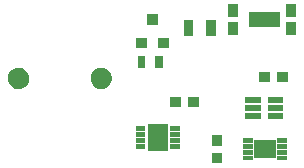
<source format=gts>
G04 #@! TF.FileFunction,Soldermask,Top*
%FSLAX46Y46*%
G04 Gerber Fmt 4.6, Leading zero omitted, Abs format (unit mm)*
G04 Created by KiCad (PCBNEW 4.0.1-3.201512221402+6198~38~ubuntu14.04.1-stable) date Wed 27 Jan 2016 01:24:07 PM EST*
%MOMM*%
G01*
G04 APERTURE LIST*
%ADD10C,0.100000*%
G04 APERTURE END LIST*
D10*
G36*
X172925000Y-111200000D02*
X172075000Y-111200000D01*
X172075000Y-110300000D01*
X172925000Y-110300000D01*
X172925000Y-111200000D01*
X172925000Y-111200000D01*
G37*
G36*
X178437500Y-110950000D02*
X177587500Y-110950000D01*
X177587500Y-110550000D01*
X178437500Y-110550000D01*
X178437500Y-110950000D01*
X178437500Y-110950000D01*
G37*
G36*
X175537500Y-110950000D02*
X174687500Y-110950000D01*
X174687500Y-110550000D01*
X175537500Y-110550000D01*
X175537500Y-110950000D01*
X175537500Y-110950000D01*
G37*
G36*
X177487500Y-110775000D02*
X175637500Y-110775000D01*
X175637500Y-109225000D01*
X177487500Y-109225000D01*
X177487500Y-110775000D01*
X177487500Y-110775000D01*
G37*
G36*
X175537500Y-110450000D02*
X174687500Y-110450000D01*
X174687500Y-110050000D01*
X175537500Y-110050000D01*
X175537500Y-110450000D01*
X175537500Y-110450000D01*
G37*
G36*
X178437500Y-110450000D02*
X177587500Y-110450000D01*
X177587500Y-110050000D01*
X178437500Y-110050000D01*
X178437500Y-110450000D01*
X178437500Y-110450000D01*
G37*
G36*
X168350000Y-110175000D02*
X166650000Y-110175000D01*
X166650000Y-107825000D01*
X168350000Y-107825000D01*
X168350000Y-110175000D01*
X168350000Y-110175000D01*
G37*
G36*
X178437500Y-109950000D02*
X177587500Y-109950000D01*
X177587500Y-109550000D01*
X178437500Y-109550000D01*
X178437500Y-109950000D01*
X178437500Y-109950000D01*
G37*
G36*
X175537500Y-109950000D02*
X174687500Y-109950000D01*
X174687500Y-109550000D01*
X175537500Y-109550000D01*
X175537500Y-109950000D01*
X175537500Y-109950000D01*
G37*
G36*
X166450000Y-109940000D02*
X165650000Y-109940000D01*
X165650000Y-109560000D01*
X166450000Y-109560000D01*
X166450000Y-109940000D01*
X166450000Y-109940000D01*
G37*
G36*
X169350000Y-109940000D02*
X168550000Y-109940000D01*
X168550000Y-109560000D01*
X169350000Y-109560000D01*
X169350000Y-109940000D01*
X169350000Y-109940000D01*
G37*
G36*
X172925000Y-109700000D02*
X172075000Y-109700000D01*
X172075000Y-108800000D01*
X172925000Y-108800000D01*
X172925000Y-109700000D01*
X172925000Y-109700000D01*
G37*
G36*
X178437500Y-109450000D02*
X177587500Y-109450000D01*
X177587500Y-109050000D01*
X178437500Y-109050000D01*
X178437500Y-109450000D01*
X178437500Y-109450000D01*
G37*
G36*
X175537500Y-109450000D02*
X174687500Y-109450000D01*
X174687500Y-109050000D01*
X175537500Y-109050000D01*
X175537500Y-109450000D01*
X175537500Y-109450000D01*
G37*
G36*
X169350000Y-109440000D02*
X168550000Y-109440000D01*
X168550000Y-109060000D01*
X169350000Y-109060000D01*
X169350000Y-109440000D01*
X169350000Y-109440000D01*
G37*
G36*
X166450000Y-109440000D02*
X165650000Y-109440000D01*
X165650000Y-109060000D01*
X166450000Y-109060000D01*
X166450000Y-109440000D01*
X166450000Y-109440000D01*
G37*
G36*
X169350000Y-108940000D02*
X168550000Y-108940000D01*
X168550000Y-108560000D01*
X169350000Y-108560000D01*
X169350000Y-108940000D01*
X169350000Y-108940000D01*
G37*
G36*
X166450000Y-108940000D02*
X165650000Y-108940000D01*
X165650000Y-108560000D01*
X166450000Y-108560000D01*
X166450000Y-108940000D01*
X166450000Y-108940000D01*
G37*
G36*
X169350000Y-108440000D02*
X168550000Y-108440000D01*
X168550000Y-108060000D01*
X169350000Y-108060000D01*
X169350000Y-108440000D01*
X169350000Y-108440000D01*
G37*
G36*
X166450000Y-108440000D02*
X165650000Y-108440000D01*
X165650000Y-108060000D01*
X166450000Y-108060000D01*
X166450000Y-108440000D01*
X166450000Y-108440000D01*
G37*
G36*
X178100000Y-107400000D02*
X176800000Y-107400000D01*
X176800000Y-106900000D01*
X178100000Y-106900000D01*
X178100000Y-107400000D01*
X178100000Y-107400000D01*
G37*
G36*
X176200000Y-107400000D02*
X174900000Y-107400000D01*
X174900000Y-106900000D01*
X176200000Y-106900000D01*
X176200000Y-107400000D01*
X176200000Y-107400000D01*
G37*
G36*
X176200000Y-106750000D02*
X174900000Y-106750000D01*
X174900000Y-106250000D01*
X176200000Y-106250000D01*
X176200000Y-106750000D01*
X176200000Y-106750000D01*
G37*
G36*
X178100000Y-106750000D02*
X176800000Y-106750000D01*
X176800000Y-106250000D01*
X178100000Y-106250000D01*
X178100000Y-106750000D01*
X178100000Y-106750000D01*
G37*
G36*
X170950000Y-106425000D02*
X170050000Y-106425000D01*
X170050000Y-105575000D01*
X170950000Y-105575000D01*
X170950000Y-106425000D01*
X170950000Y-106425000D01*
G37*
G36*
X169450000Y-106425000D02*
X168550000Y-106425000D01*
X168550000Y-105575000D01*
X169450000Y-105575000D01*
X169450000Y-106425000D01*
X169450000Y-106425000D01*
G37*
G36*
X176200000Y-106100000D02*
X174900000Y-106100000D01*
X174900000Y-105600000D01*
X176200000Y-105600000D01*
X176200000Y-106100000D01*
X176200000Y-106100000D01*
G37*
G36*
X178110000Y-106100000D02*
X176810000Y-106100000D01*
X176810000Y-105600000D01*
X178110000Y-105600000D01*
X178110000Y-106100000D01*
X178110000Y-106100000D01*
G37*
G36*
X162794531Y-103100598D02*
X162967422Y-103136087D01*
X163130135Y-103204486D01*
X163276459Y-103303182D01*
X163400825Y-103428420D01*
X163498498Y-103575429D01*
X163543337Y-103684219D01*
X163560784Y-103726547D01*
X163565757Y-103738614D01*
X163597553Y-103899192D01*
X163600039Y-103911750D01*
X163597224Y-104113346D01*
X163597186Y-104113513D01*
X163597186Y-104113518D01*
X163558121Y-104285460D01*
X163486334Y-104446698D01*
X163384590Y-104590929D01*
X163256780Y-104712641D01*
X163107754Y-104807215D01*
X162943198Y-104871042D01*
X162769384Y-104901691D01*
X162592918Y-104897994D01*
X162420538Y-104860093D01*
X162258802Y-104789433D01*
X162113868Y-104688701D01*
X161991262Y-104561739D01*
X161895650Y-104413378D01*
X161830677Y-104249275D01*
X161798816Y-104075679D01*
X161801281Y-103899192D01*
X161837977Y-103726547D01*
X161907506Y-103564325D01*
X162007222Y-103418692D01*
X162133330Y-103295199D01*
X162281013Y-103198557D01*
X162444664Y-103132438D01*
X162618037Y-103099365D01*
X162794531Y-103100598D01*
X162794531Y-103100598D01*
G37*
G36*
X155794531Y-103100598D02*
X155967422Y-103136087D01*
X156130135Y-103204486D01*
X156276459Y-103303182D01*
X156400825Y-103428420D01*
X156498498Y-103575429D01*
X156543337Y-103684219D01*
X156560784Y-103726547D01*
X156565757Y-103738614D01*
X156597553Y-103899192D01*
X156600039Y-103911750D01*
X156597224Y-104113346D01*
X156597186Y-104113513D01*
X156597186Y-104113518D01*
X156558121Y-104285460D01*
X156486334Y-104446698D01*
X156384590Y-104590929D01*
X156256780Y-104712641D01*
X156107754Y-104807215D01*
X155943198Y-104871042D01*
X155769384Y-104901691D01*
X155592918Y-104897994D01*
X155420538Y-104860093D01*
X155258802Y-104789433D01*
X155113868Y-104688701D01*
X154991262Y-104561739D01*
X154895650Y-104413378D01*
X154830677Y-104249275D01*
X154798816Y-104075679D01*
X154801281Y-103899192D01*
X154837977Y-103726547D01*
X154907506Y-103564325D01*
X155007222Y-103418692D01*
X155133330Y-103295199D01*
X155281013Y-103198557D01*
X155444664Y-103132438D01*
X155618037Y-103099365D01*
X155794531Y-103100598D01*
X155794531Y-103100598D01*
G37*
G36*
X177000000Y-104325000D02*
X176100000Y-104325000D01*
X176100000Y-103475000D01*
X177000000Y-103475000D01*
X177000000Y-104325000D01*
X177000000Y-104325000D01*
G37*
G36*
X178500000Y-104325000D02*
X177600000Y-104325000D01*
X177600000Y-103475000D01*
X178500000Y-103475000D01*
X178500000Y-104325000D01*
X178500000Y-104325000D01*
G37*
G36*
X166400000Y-103150000D02*
X165800000Y-103150000D01*
X165800000Y-102150000D01*
X166400000Y-102150000D01*
X166400000Y-103150000D01*
X166400000Y-103150000D01*
G37*
G36*
X167900000Y-103150000D02*
X167300000Y-103150000D01*
X167300000Y-102150000D01*
X167900000Y-102150000D01*
X167900000Y-103150000D01*
X167900000Y-103150000D01*
G37*
G36*
X166550050Y-101450050D02*
X165649950Y-101450050D01*
X165649950Y-100549950D01*
X166550050Y-100549950D01*
X166550050Y-101450050D01*
X166550050Y-101450050D01*
G37*
G36*
X168450050Y-101450050D02*
X167549950Y-101450050D01*
X167549950Y-100549950D01*
X168450050Y-100549950D01*
X168450050Y-101450050D01*
X168450050Y-101450050D01*
G37*
G36*
X172400000Y-100450000D02*
X171600000Y-100450000D01*
X171600000Y-99050000D01*
X172400000Y-99050000D01*
X172400000Y-100450000D01*
X172400000Y-100450000D01*
G37*
G36*
X170500000Y-100450000D02*
X169700000Y-100450000D01*
X169700000Y-99050000D01*
X170500000Y-99050000D01*
X170500000Y-100450000D01*
X170500000Y-100450000D01*
G37*
G36*
X174315000Y-100300000D02*
X173465000Y-100300000D01*
X173465000Y-99200000D01*
X174315000Y-99200000D01*
X174315000Y-100300000D01*
X174315000Y-100300000D01*
G37*
G36*
X179215000Y-100300000D02*
X178365000Y-100300000D01*
X178365000Y-99200000D01*
X179215000Y-99200000D01*
X179215000Y-100300000D01*
X179215000Y-100300000D01*
G37*
G36*
X177800000Y-99650000D02*
X175200000Y-99650000D01*
X175200000Y-98350000D01*
X177800000Y-98350000D01*
X177800000Y-99650000D01*
X177800000Y-99650000D01*
G37*
G36*
X167500050Y-99451070D02*
X166599950Y-99451070D01*
X166599950Y-98550970D01*
X167500050Y-98550970D01*
X167500050Y-99451070D01*
X167500050Y-99451070D01*
G37*
G36*
X174315000Y-98800000D02*
X173465000Y-98800000D01*
X173465000Y-97700000D01*
X174315000Y-97700000D01*
X174315000Y-98800000D01*
X174315000Y-98800000D01*
G37*
G36*
X179215000Y-98800000D02*
X178365000Y-98800000D01*
X178365000Y-97700000D01*
X179215000Y-97700000D01*
X179215000Y-98800000D01*
X179215000Y-98800000D01*
G37*
M02*

</source>
